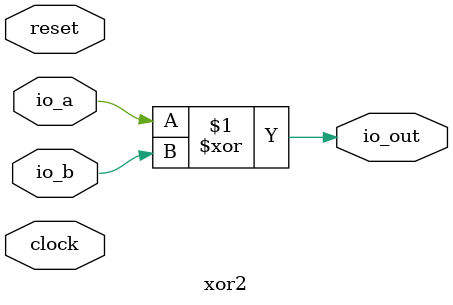
<source format=v>
module xor2(
  input   clock,
  input   reset,
  input   io_a,
  input   io_b,
  output  io_out
);
  assign io_out = io_a ^ io_b; // @[xor2.scala 14:20]
endmodule

</source>
